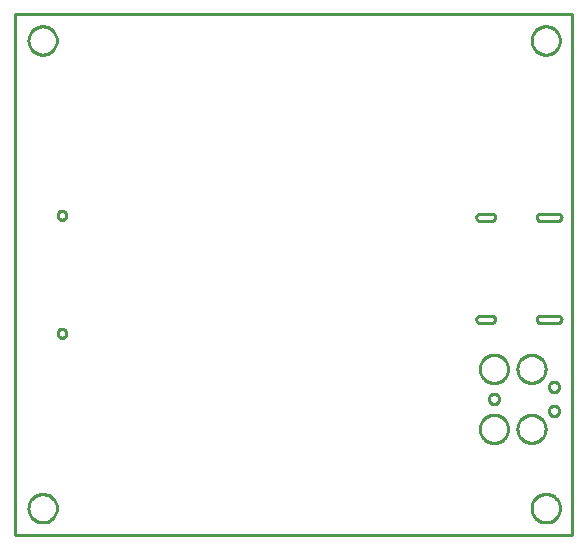
<source format=gbr>
G04 EAGLE Gerber RS-274X export*
G75*
%MOMM*%
%FSLAX34Y34*%
%LPD*%
%IN*%
%IPPOS*%
%AMOC8*
5,1,8,0,0,1.08239X$1,22.5*%
G01*
%ADD10C,0.254000*%


D10*
X10160Y0D02*
X481130Y0D01*
X481130Y441200D01*
X10160Y441198D01*
X10160Y0D01*
X451460Y182860D02*
X451471Y182599D01*
X451506Y182339D01*
X451562Y182084D01*
X451641Y181834D01*
X451741Y181592D01*
X451862Y181360D01*
X452003Y181139D01*
X452162Y180932D01*
X452339Y180739D01*
X452532Y180562D01*
X452739Y180403D01*
X452960Y180262D01*
X453192Y180141D01*
X453434Y180041D01*
X453684Y179962D01*
X453939Y179906D01*
X454199Y179871D01*
X454460Y179860D01*
X469460Y179860D01*
X469721Y179871D01*
X469981Y179906D01*
X470236Y179962D01*
X470486Y180041D01*
X470728Y180141D01*
X470960Y180262D01*
X471181Y180403D01*
X471388Y180562D01*
X471581Y180739D01*
X471758Y180932D01*
X471917Y181139D01*
X472058Y181360D01*
X472179Y181592D01*
X472279Y181834D01*
X472358Y182084D01*
X472414Y182339D01*
X472449Y182599D01*
X472460Y182860D01*
X472449Y183121D01*
X472414Y183381D01*
X472358Y183636D01*
X472279Y183886D01*
X472179Y184128D01*
X472058Y184360D01*
X471917Y184581D01*
X471758Y184788D01*
X471581Y184981D01*
X471388Y185158D01*
X471181Y185317D01*
X470960Y185458D01*
X470728Y185579D01*
X470486Y185679D01*
X470236Y185758D01*
X469981Y185814D01*
X469721Y185849D01*
X469460Y185860D01*
X454460Y185860D01*
X454199Y185849D01*
X453939Y185814D01*
X453684Y185758D01*
X453434Y185679D01*
X453192Y185579D01*
X452960Y185458D01*
X452739Y185317D01*
X452532Y185158D01*
X452339Y184981D01*
X452162Y184788D01*
X452003Y184581D01*
X451862Y184360D01*
X451741Y184128D01*
X451641Y183886D01*
X451562Y183636D01*
X451506Y183381D01*
X451471Y183121D01*
X451460Y182860D01*
X451460Y269260D02*
X451471Y268999D01*
X451506Y268739D01*
X451562Y268484D01*
X451641Y268234D01*
X451741Y267992D01*
X451862Y267760D01*
X452003Y267539D01*
X452162Y267332D01*
X452339Y267139D01*
X452532Y266962D01*
X452739Y266803D01*
X452960Y266662D01*
X453192Y266541D01*
X453434Y266441D01*
X453684Y266362D01*
X453939Y266306D01*
X454199Y266271D01*
X454460Y266260D01*
X469460Y266260D01*
X469721Y266271D01*
X469981Y266306D01*
X470236Y266362D01*
X470486Y266441D01*
X470728Y266541D01*
X470960Y266662D01*
X471181Y266803D01*
X471388Y266962D01*
X471581Y267139D01*
X471758Y267332D01*
X471917Y267539D01*
X472058Y267760D01*
X472179Y267992D01*
X472279Y268234D01*
X472358Y268484D01*
X472414Y268739D01*
X472449Y268999D01*
X472460Y269260D01*
X472449Y269521D01*
X472414Y269781D01*
X472358Y270036D01*
X472279Y270286D01*
X472179Y270528D01*
X472058Y270760D01*
X471917Y270981D01*
X471758Y271188D01*
X471581Y271381D01*
X471388Y271558D01*
X471181Y271717D01*
X470960Y271858D01*
X470728Y271979D01*
X470486Y272079D01*
X470236Y272158D01*
X469981Y272214D01*
X469721Y272249D01*
X469460Y272260D01*
X454460Y272260D01*
X454199Y272249D01*
X453939Y272214D01*
X453684Y272158D01*
X453434Y272079D01*
X453192Y271979D01*
X452960Y271858D01*
X452739Y271717D01*
X452532Y271558D01*
X452339Y271381D01*
X452162Y271188D01*
X452003Y270981D01*
X451862Y270760D01*
X451741Y270528D01*
X451641Y270286D01*
X451562Y270036D01*
X451506Y269781D01*
X451471Y269521D01*
X451460Y269260D01*
X400360Y182860D02*
X400371Y182599D01*
X400406Y182339D01*
X400462Y182084D01*
X400541Y181834D01*
X400641Y181592D01*
X400762Y181360D01*
X400903Y181139D01*
X401062Y180932D01*
X401239Y180739D01*
X401432Y180562D01*
X401639Y180403D01*
X401860Y180262D01*
X402092Y180141D01*
X402334Y180041D01*
X402584Y179962D01*
X402839Y179906D01*
X403099Y179871D01*
X403360Y179860D01*
X413360Y179860D01*
X413621Y179871D01*
X413881Y179906D01*
X414136Y179962D01*
X414386Y180041D01*
X414628Y180141D01*
X414860Y180262D01*
X415081Y180403D01*
X415288Y180562D01*
X415481Y180739D01*
X415658Y180932D01*
X415817Y181139D01*
X415958Y181360D01*
X416079Y181592D01*
X416179Y181834D01*
X416258Y182084D01*
X416314Y182339D01*
X416349Y182599D01*
X416360Y182860D01*
X416349Y183121D01*
X416314Y183381D01*
X416258Y183636D01*
X416179Y183886D01*
X416079Y184128D01*
X415958Y184360D01*
X415817Y184581D01*
X415658Y184788D01*
X415481Y184981D01*
X415288Y185158D01*
X415081Y185317D01*
X414860Y185458D01*
X414628Y185579D01*
X414386Y185679D01*
X414136Y185758D01*
X413881Y185814D01*
X413621Y185849D01*
X413360Y185860D01*
X403360Y185860D01*
X403099Y185849D01*
X402839Y185814D01*
X402584Y185758D01*
X402334Y185679D01*
X402092Y185579D01*
X401860Y185458D01*
X401639Y185317D01*
X401432Y185158D01*
X401239Y184981D01*
X401062Y184788D01*
X400903Y184581D01*
X400762Y184360D01*
X400641Y184128D01*
X400541Y183886D01*
X400462Y183636D01*
X400406Y183381D01*
X400371Y183121D01*
X400360Y182860D01*
X400360Y269260D02*
X400371Y268999D01*
X400406Y268739D01*
X400462Y268484D01*
X400541Y268234D01*
X400641Y267992D01*
X400762Y267760D01*
X400903Y267539D01*
X401062Y267332D01*
X401239Y267139D01*
X401432Y266962D01*
X401639Y266803D01*
X401860Y266662D01*
X402092Y266541D01*
X402334Y266441D01*
X402584Y266362D01*
X402839Y266306D01*
X403099Y266271D01*
X403360Y266260D01*
X413360Y266260D01*
X413621Y266271D01*
X413881Y266306D01*
X414136Y266362D01*
X414386Y266441D01*
X414628Y266541D01*
X414860Y266662D01*
X415081Y266803D01*
X415288Y266962D01*
X415481Y267139D01*
X415658Y267332D01*
X415817Y267539D01*
X415958Y267760D01*
X416079Y267992D01*
X416179Y268234D01*
X416258Y268484D01*
X416314Y268739D01*
X416349Y268999D01*
X416360Y269260D01*
X416349Y269521D01*
X416314Y269781D01*
X416258Y270036D01*
X416179Y270286D01*
X416079Y270528D01*
X415958Y270760D01*
X415817Y270981D01*
X415658Y271188D01*
X415481Y271381D01*
X415288Y271558D01*
X415081Y271717D01*
X414860Y271858D01*
X414628Y271979D01*
X414386Y272079D01*
X414136Y272158D01*
X413881Y272214D01*
X413621Y272249D01*
X413360Y272260D01*
X403360Y272260D01*
X403099Y272249D01*
X402839Y272214D01*
X402584Y272158D01*
X402334Y272079D01*
X402092Y271979D01*
X401860Y271858D01*
X401639Y271717D01*
X401432Y271558D01*
X401239Y271381D01*
X401062Y271188D01*
X400903Y270981D01*
X400762Y270760D01*
X400641Y270528D01*
X400541Y270286D01*
X400462Y270036D01*
X400406Y269781D01*
X400371Y269521D01*
X400360Y269260D01*
X32639Y406980D02*
X31698Y407054D01*
X30767Y407202D01*
X29850Y407422D01*
X28953Y407713D01*
X28082Y408074D01*
X27242Y408502D01*
X26438Y408995D01*
X25675Y409549D01*
X24958Y410161D01*
X24291Y410828D01*
X23679Y411545D01*
X23125Y412308D01*
X22632Y413112D01*
X22204Y413952D01*
X21843Y414823D01*
X21552Y415720D01*
X21332Y416637D01*
X21184Y417568D01*
X21110Y418509D01*
X21110Y419451D01*
X21184Y420392D01*
X21332Y421323D01*
X21552Y422240D01*
X21843Y423137D01*
X22204Y424008D01*
X22632Y424848D01*
X23125Y425652D01*
X23679Y426415D01*
X24291Y427132D01*
X24958Y427799D01*
X25675Y428411D01*
X26438Y428965D01*
X27242Y429458D01*
X28082Y429886D01*
X28953Y430247D01*
X29850Y430538D01*
X30767Y430759D01*
X31698Y430906D01*
X32639Y430980D01*
X33581Y430980D01*
X34522Y430906D01*
X35453Y430759D01*
X36370Y430538D01*
X37267Y430247D01*
X38138Y429886D01*
X38978Y429458D01*
X39782Y428965D01*
X40545Y428411D01*
X41262Y427799D01*
X41929Y427132D01*
X42541Y426415D01*
X43095Y425652D01*
X43588Y424848D01*
X44016Y424008D01*
X44377Y423137D01*
X44668Y422240D01*
X44889Y421323D01*
X45036Y420392D01*
X45110Y419451D01*
X45110Y418509D01*
X45036Y417568D01*
X44889Y416637D01*
X44668Y415720D01*
X44377Y414823D01*
X44016Y413952D01*
X43588Y413112D01*
X43095Y412308D01*
X42541Y411545D01*
X41929Y410828D01*
X41262Y410161D01*
X40545Y409549D01*
X39782Y408995D01*
X38978Y408502D01*
X38138Y408074D01*
X37267Y407713D01*
X36370Y407422D01*
X35453Y407202D01*
X34522Y407054D01*
X33581Y406980D01*
X32639Y406980D01*
X32639Y10980D02*
X31698Y11054D01*
X30767Y11202D01*
X29850Y11422D01*
X28953Y11713D01*
X28082Y12074D01*
X27242Y12502D01*
X26438Y12995D01*
X25675Y13549D01*
X24958Y14161D01*
X24291Y14828D01*
X23679Y15545D01*
X23125Y16308D01*
X22632Y17112D01*
X22204Y17952D01*
X21843Y18823D01*
X21552Y19720D01*
X21332Y20637D01*
X21184Y21568D01*
X21110Y22509D01*
X21110Y23451D01*
X21184Y24392D01*
X21332Y25323D01*
X21552Y26240D01*
X21843Y27137D01*
X22204Y28008D01*
X22632Y28848D01*
X23125Y29652D01*
X23679Y30415D01*
X24291Y31132D01*
X24958Y31799D01*
X25675Y32411D01*
X26438Y32965D01*
X27242Y33458D01*
X28082Y33886D01*
X28953Y34247D01*
X29850Y34538D01*
X30767Y34759D01*
X31698Y34906D01*
X32639Y34980D01*
X33581Y34980D01*
X34522Y34906D01*
X35453Y34759D01*
X36370Y34538D01*
X37267Y34247D01*
X38138Y33886D01*
X38978Y33458D01*
X39782Y32965D01*
X40545Y32411D01*
X41262Y31799D01*
X41929Y31132D01*
X42541Y30415D01*
X43095Y29652D01*
X43588Y28848D01*
X44016Y28008D01*
X44377Y27137D01*
X44668Y26240D01*
X44889Y25323D01*
X45036Y24392D01*
X45110Y23451D01*
X45110Y22509D01*
X45036Y21568D01*
X44889Y20637D01*
X44668Y19720D01*
X44377Y18823D01*
X44016Y17952D01*
X43588Y17112D01*
X43095Y16308D01*
X42541Y15545D01*
X41929Y14828D01*
X41262Y14161D01*
X40545Y13549D01*
X39782Y12995D01*
X38978Y12502D01*
X38138Y12074D01*
X37267Y11713D01*
X36370Y11422D01*
X35453Y11202D01*
X34522Y11054D01*
X33581Y10980D01*
X32639Y10980D01*
X458639Y10980D02*
X457698Y11054D01*
X456767Y11202D01*
X455850Y11422D01*
X454953Y11713D01*
X454082Y12074D01*
X453242Y12502D01*
X452438Y12995D01*
X451675Y13549D01*
X450958Y14161D01*
X450291Y14828D01*
X449679Y15545D01*
X449125Y16308D01*
X448632Y17112D01*
X448204Y17952D01*
X447843Y18823D01*
X447552Y19720D01*
X447332Y20637D01*
X447184Y21568D01*
X447110Y22509D01*
X447110Y23451D01*
X447184Y24392D01*
X447332Y25323D01*
X447552Y26240D01*
X447843Y27137D01*
X448204Y28008D01*
X448632Y28848D01*
X449125Y29652D01*
X449679Y30415D01*
X450291Y31132D01*
X450958Y31799D01*
X451675Y32411D01*
X452438Y32965D01*
X453242Y33458D01*
X454082Y33886D01*
X454953Y34247D01*
X455850Y34538D01*
X456767Y34759D01*
X457698Y34906D01*
X458639Y34980D01*
X459581Y34980D01*
X460522Y34906D01*
X461453Y34759D01*
X462370Y34538D01*
X463267Y34247D01*
X464138Y33886D01*
X464978Y33458D01*
X465782Y32965D01*
X466545Y32411D01*
X467262Y31799D01*
X467929Y31132D01*
X468541Y30415D01*
X469095Y29652D01*
X469588Y28848D01*
X470016Y28008D01*
X470377Y27137D01*
X470668Y26240D01*
X470889Y25323D01*
X471036Y24392D01*
X471110Y23451D01*
X471110Y22509D01*
X471036Y21568D01*
X470889Y20637D01*
X470668Y19720D01*
X470377Y18823D01*
X470016Y17952D01*
X469588Y17112D01*
X469095Y16308D01*
X468541Y15545D01*
X467929Y14828D01*
X467262Y14161D01*
X466545Y13549D01*
X465782Y12995D01*
X464978Y12502D01*
X464138Y12074D01*
X463267Y11713D01*
X462370Y11422D01*
X461453Y11202D01*
X460522Y11054D01*
X459581Y10980D01*
X458639Y10980D01*
X458639Y406980D02*
X457698Y407054D01*
X456767Y407202D01*
X455850Y407422D01*
X454953Y407713D01*
X454082Y408074D01*
X453242Y408502D01*
X452438Y408995D01*
X451675Y409549D01*
X450958Y410161D01*
X450291Y410828D01*
X449679Y411545D01*
X449125Y412308D01*
X448632Y413112D01*
X448204Y413952D01*
X447843Y414823D01*
X447552Y415720D01*
X447332Y416637D01*
X447184Y417568D01*
X447110Y418509D01*
X447110Y419451D01*
X447184Y420392D01*
X447332Y421323D01*
X447552Y422240D01*
X447843Y423137D01*
X448204Y424008D01*
X448632Y424848D01*
X449125Y425652D01*
X449679Y426415D01*
X450291Y427132D01*
X450958Y427799D01*
X451675Y428411D01*
X452438Y428965D01*
X453242Y429458D01*
X454082Y429886D01*
X454953Y430247D01*
X455850Y430538D01*
X456767Y430759D01*
X457698Y430906D01*
X458639Y430980D01*
X459581Y430980D01*
X460522Y430906D01*
X461453Y430759D01*
X462370Y430538D01*
X463267Y430247D01*
X464138Y429886D01*
X464978Y429458D01*
X465782Y428965D01*
X466545Y428411D01*
X467262Y427799D01*
X467929Y427132D01*
X468541Y426415D01*
X469095Y425652D01*
X469588Y424848D01*
X470016Y424008D01*
X470377Y423137D01*
X470668Y422240D01*
X470889Y421323D01*
X471036Y420392D01*
X471110Y419451D01*
X471110Y418509D01*
X471036Y417568D01*
X470889Y416637D01*
X470668Y415720D01*
X470377Y414823D01*
X470016Y413952D01*
X469588Y413112D01*
X469095Y412308D01*
X468541Y411545D01*
X467929Y410828D01*
X467262Y410161D01*
X466545Y409549D01*
X465782Y408995D01*
X464978Y408502D01*
X464138Y408074D01*
X463267Y407713D01*
X462370Y407422D01*
X461453Y407202D01*
X460522Y407054D01*
X459581Y406980D01*
X458639Y406980D01*
X419735Y115279D02*
X419659Y114701D01*
X419508Y114138D01*
X419285Y113600D01*
X418994Y113095D01*
X418639Y112633D01*
X418227Y112221D01*
X417765Y111866D01*
X417260Y111575D01*
X416722Y111352D01*
X416159Y111201D01*
X415581Y111125D01*
X414999Y111125D01*
X414421Y111201D01*
X413858Y111352D01*
X413320Y111575D01*
X412815Y111866D01*
X412353Y112221D01*
X411941Y112633D01*
X411586Y113095D01*
X411295Y113600D01*
X411072Y114138D01*
X410921Y114701D01*
X410845Y115279D01*
X410845Y115861D01*
X410921Y116439D01*
X411072Y117002D01*
X411295Y117540D01*
X411586Y118045D01*
X411941Y118507D01*
X412353Y118919D01*
X412815Y119274D01*
X413320Y119565D01*
X413858Y119788D01*
X414421Y119939D01*
X414999Y120015D01*
X415581Y120015D01*
X416159Y119939D01*
X416722Y119788D01*
X417260Y119565D01*
X417765Y119274D01*
X418227Y118919D01*
X418639Y118507D01*
X418994Y118045D01*
X419285Y117540D01*
X419508Y117002D01*
X419659Y116439D01*
X419735Y115861D01*
X419735Y115279D01*
X470535Y105119D02*
X470459Y104541D01*
X470308Y103978D01*
X470085Y103440D01*
X469794Y102935D01*
X469439Y102473D01*
X469027Y102061D01*
X468565Y101706D01*
X468060Y101415D01*
X467522Y101192D01*
X466959Y101041D01*
X466381Y100965D01*
X465799Y100965D01*
X465221Y101041D01*
X464658Y101192D01*
X464120Y101415D01*
X463615Y101706D01*
X463153Y102061D01*
X462741Y102473D01*
X462386Y102935D01*
X462095Y103440D01*
X461872Y103978D01*
X461721Y104541D01*
X461645Y105119D01*
X461645Y105701D01*
X461721Y106279D01*
X461872Y106842D01*
X462095Y107380D01*
X462386Y107885D01*
X462741Y108347D01*
X463153Y108759D01*
X463615Y109114D01*
X464120Y109405D01*
X464658Y109628D01*
X465221Y109779D01*
X465799Y109855D01*
X466381Y109855D01*
X466959Y109779D01*
X467522Y109628D01*
X468060Y109405D01*
X468565Y109114D01*
X469027Y108759D01*
X469439Y108347D01*
X469794Y107885D01*
X470085Y107380D01*
X470308Y106842D01*
X470459Y106279D01*
X470535Y105701D01*
X470535Y105119D01*
X470535Y125439D02*
X470459Y124861D01*
X470308Y124298D01*
X470085Y123760D01*
X469794Y123255D01*
X469439Y122793D01*
X469027Y122381D01*
X468565Y122026D01*
X468060Y121735D01*
X467522Y121512D01*
X466959Y121361D01*
X466381Y121285D01*
X465799Y121285D01*
X465221Y121361D01*
X464658Y121512D01*
X464120Y121735D01*
X463615Y122026D01*
X463153Y122381D01*
X462741Y122793D01*
X462386Y123255D01*
X462095Y123760D01*
X461872Y124298D01*
X461721Y124861D01*
X461645Y125439D01*
X461645Y126021D01*
X461721Y126599D01*
X461872Y127162D01*
X462095Y127700D01*
X462386Y128205D01*
X462741Y128667D01*
X463153Y129079D01*
X463615Y129434D01*
X464120Y129725D01*
X464658Y129948D01*
X465221Y130099D01*
X465799Y130175D01*
X466381Y130175D01*
X466959Y130099D01*
X467522Y129948D01*
X468060Y129725D01*
X468565Y129434D01*
X469027Y129079D01*
X469439Y128667D01*
X469794Y128205D01*
X470085Y127700D01*
X470308Y127162D01*
X470459Y126599D01*
X470535Y126021D01*
X470535Y125439D01*
X427164Y140503D02*
X427091Y139573D01*
X426945Y138652D01*
X426727Y137744D01*
X426439Y136857D01*
X426082Y135995D01*
X425658Y135164D01*
X425171Y134368D01*
X424622Y133613D01*
X424016Y132904D01*
X423356Y132244D01*
X422647Y131638D01*
X421892Y131090D01*
X421096Y130602D01*
X420265Y130178D01*
X419403Y129821D01*
X418516Y129533D01*
X417608Y129315D01*
X416687Y129169D01*
X415757Y129096D01*
X414823Y129096D01*
X413893Y129169D01*
X412972Y129315D01*
X412064Y129533D01*
X411177Y129821D01*
X410315Y130178D01*
X409484Y130602D01*
X408688Y131090D01*
X407933Y131638D01*
X407224Y132244D01*
X406564Y132904D01*
X405958Y133613D01*
X405410Y134368D01*
X404922Y135164D01*
X404498Y135995D01*
X404141Y136857D01*
X403853Y137744D01*
X403635Y138652D01*
X403489Y139573D01*
X403416Y140503D01*
X403416Y141437D01*
X403489Y142367D01*
X403635Y143288D01*
X403853Y144196D01*
X404141Y145083D01*
X404498Y145945D01*
X404922Y146776D01*
X405410Y147572D01*
X405958Y148327D01*
X406564Y149036D01*
X407224Y149696D01*
X407933Y150302D01*
X408688Y150851D01*
X409484Y151338D01*
X410315Y151762D01*
X411177Y152119D01*
X412064Y152407D01*
X412972Y152625D01*
X413893Y152771D01*
X414823Y152844D01*
X415757Y152844D01*
X416687Y152771D01*
X417608Y152625D01*
X418516Y152407D01*
X419403Y152119D01*
X420265Y151762D01*
X421096Y151338D01*
X421892Y150851D01*
X422647Y150302D01*
X423356Y149696D01*
X424016Y149036D01*
X424622Y148327D01*
X425171Y147572D01*
X425658Y146776D01*
X426082Y145945D01*
X426439Y145083D01*
X426727Y144196D01*
X426945Y143288D01*
X427091Y142367D01*
X427164Y141437D01*
X427164Y140503D01*
X427164Y89703D02*
X427091Y88773D01*
X426945Y87852D01*
X426727Y86944D01*
X426439Y86057D01*
X426082Y85195D01*
X425658Y84364D01*
X425171Y83568D01*
X424622Y82813D01*
X424016Y82104D01*
X423356Y81444D01*
X422647Y80838D01*
X421892Y80290D01*
X421096Y79802D01*
X420265Y79378D01*
X419403Y79021D01*
X418516Y78733D01*
X417608Y78515D01*
X416687Y78369D01*
X415757Y78296D01*
X414823Y78296D01*
X413893Y78369D01*
X412972Y78515D01*
X412064Y78733D01*
X411177Y79021D01*
X410315Y79378D01*
X409484Y79802D01*
X408688Y80290D01*
X407933Y80838D01*
X407224Y81444D01*
X406564Y82104D01*
X405958Y82813D01*
X405410Y83568D01*
X404922Y84364D01*
X404498Y85195D01*
X404141Y86057D01*
X403853Y86944D01*
X403635Y87852D01*
X403489Y88773D01*
X403416Y89703D01*
X403416Y90637D01*
X403489Y91567D01*
X403635Y92488D01*
X403853Y93396D01*
X404141Y94283D01*
X404498Y95145D01*
X404922Y95976D01*
X405410Y96772D01*
X405958Y97527D01*
X406564Y98236D01*
X407224Y98896D01*
X407933Y99502D01*
X408688Y100051D01*
X409484Y100538D01*
X410315Y100962D01*
X411177Y101319D01*
X412064Y101607D01*
X412972Y101825D01*
X413893Y101971D01*
X414823Y102044D01*
X415757Y102044D01*
X416687Y101971D01*
X417608Y101825D01*
X418516Y101607D01*
X419403Y101319D01*
X420265Y100962D01*
X421096Y100538D01*
X421892Y100051D01*
X422647Y99502D01*
X423356Y98896D01*
X424016Y98236D01*
X424622Y97527D01*
X425171Y96772D01*
X425658Y95976D01*
X426082Y95145D01*
X426439Y94283D01*
X426727Y93396D01*
X426945Y92488D01*
X427091Y91567D01*
X427164Y90637D01*
X427164Y89703D01*
X458914Y89703D02*
X458841Y88773D01*
X458695Y87852D01*
X458477Y86944D01*
X458189Y86057D01*
X457832Y85195D01*
X457408Y84364D01*
X456921Y83568D01*
X456372Y82813D01*
X455766Y82104D01*
X455106Y81444D01*
X454397Y80838D01*
X453642Y80290D01*
X452846Y79802D01*
X452015Y79378D01*
X451153Y79021D01*
X450266Y78733D01*
X449358Y78515D01*
X448437Y78369D01*
X447507Y78296D01*
X446573Y78296D01*
X445643Y78369D01*
X444722Y78515D01*
X443814Y78733D01*
X442927Y79021D01*
X442065Y79378D01*
X441234Y79802D01*
X440438Y80290D01*
X439683Y80838D01*
X438974Y81444D01*
X438314Y82104D01*
X437708Y82813D01*
X437160Y83568D01*
X436672Y84364D01*
X436248Y85195D01*
X435891Y86057D01*
X435603Y86944D01*
X435385Y87852D01*
X435239Y88773D01*
X435166Y89703D01*
X435166Y90637D01*
X435239Y91567D01*
X435385Y92488D01*
X435603Y93396D01*
X435891Y94283D01*
X436248Y95145D01*
X436672Y95976D01*
X437160Y96772D01*
X437708Y97527D01*
X438314Y98236D01*
X438974Y98896D01*
X439683Y99502D01*
X440438Y100051D01*
X441234Y100538D01*
X442065Y100962D01*
X442927Y101319D01*
X443814Y101607D01*
X444722Y101825D01*
X445643Y101971D01*
X446573Y102044D01*
X447507Y102044D01*
X448437Y101971D01*
X449358Y101825D01*
X450266Y101607D01*
X451153Y101319D01*
X452015Y100962D01*
X452846Y100538D01*
X453642Y100051D01*
X454397Y99502D01*
X455106Y98896D01*
X455766Y98236D01*
X456372Y97527D01*
X456921Y96772D01*
X457408Y95976D01*
X457832Y95145D01*
X458189Y94283D01*
X458477Y93396D01*
X458695Y92488D01*
X458841Y91567D01*
X458914Y90637D01*
X458914Y89703D01*
X458914Y140503D02*
X458841Y139573D01*
X458695Y138652D01*
X458477Y137744D01*
X458189Y136857D01*
X457832Y135995D01*
X457408Y135164D01*
X456921Y134368D01*
X456372Y133613D01*
X455766Y132904D01*
X455106Y132244D01*
X454397Y131638D01*
X453642Y131090D01*
X452846Y130602D01*
X452015Y130178D01*
X451153Y129821D01*
X450266Y129533D01*
X449358Y129315D01*
X448437Y129169D01*
X447507Y129096D01*
X446573Y129096D01*
X445643Y129169D01*
X444722Y129315D01*
X443814Y129533D01*
X442927Y129821D01*
X442065Y130178D01*
X441234Y130602D01*
X440438Y131090D01*
X439683Y131638D01*
X438974Y132244D01*
X438314Y132904D01*
X437708Y133613D01*
X437160Y134368D01*
X436672Y135164D01*
X436248Y135995D01*
X435891Y136857D01*
X435603Y137744D01*
X435385Y138652D01*
X435239Y139573D01*
X435166Y140503D01*
X435166Y141437D01*
X435239Y142367D01*
X435385Y143288D01*
X435603Y144196D01*
X435891Y145083D01*
X436248Y145945D01*
X436672Y146776D01*
X437160Y147572D01*
X437708Y148327D01*
X438314Y149036D01*
X438974Y149696D01*
X439683Y150302D01*
X440438Y150851D01*
X441234Y151338D01*
X442065Y151762D01*
X442927Y152119D01*
X443814Y152407D01*
X444722Y152625D01*
X445643Y152771D01*
X446573Y152844D01*
X447507Y152844D01*
X448437Y152771D01*
X449358Y152625D01*
X450266Y152407D01*
X451153Y152119D01*
X452015Y151762D01*
X452846Y151338D01*
X453642Y150851D01*
X454397Y150302D01*
X455106Y149696D01*
X455766Y149036D01*
X456372Y148327D01*
X456921Y147572D01*
X457408Y146776D01*
X457832Y145945D01*
X458189Y145083D01*
X458477Y144196D01*
X458695Y143288D01*
X458841Y142367D01*
X458914Y141437D01*
X458914Y140503D01*
X49281Y174780D02*
X48787Y174715D01*
X48306Y174586D01*
X47846Y174395D01*
X47414Y174146D01*
X47019Y173843D01*
X46667Y173491D01*
X46364Y173096D01*
X46115Y172664D01*
X45924Y172204D01*
X45795Y171723D01*
X45730Y171229D01*
X45730Y170731D01*
X45795Y170237D01*
X45924Y169756D01*
X46115Y169296D01*
X46364Y168864D01*
X46667Y168469D01*
X47019Y168117D01*
X47414Y167814D01*
X47846Y167565D01*
X48306Y167374D01*
X48787Y167245D01*
X49281Y167180D01*
X49779Y167180D01*
X50273Y167245D01*
X50754Y167374D01*
X51214Y167565D01*
X51646Y167814D01*
X52041Y168117D01*
X52393Y168469D01*
X52696Y168864D01*
X52945Y169296D01*
X53136Y169756D01*
X53265Y170237D01*
X53330Y170731D01*
X53330Y171229D01*
X53265Y171723D01*
X53136Y172204D01*
X52945Y172664D01*
X52696Y173096D01*
X52393Y173491D01*
X52041Y173843D01*
X51646Y174146D01*
X51214Y174395D01*
X50754Y174586D01*
X50273Y174715D01*
X49779Y174780D01*
X49281Y174780D01*
X49281Y274780D02*
X48787Y274715D01*
X48306Y274586D01*
X47846Y274395D01*
X47414Y274146D01*
X47019Y273843D01*
X46667Y273491D01*
X46364Y273096D01*
X46115Y272664D01*
X45924Y272204D01*
X45795Y271723D01*
X45730Y271229D01*
X45730Y270731D01*
X45795Y270237D01*
X45924Y269756D01*
X46115Y269296D01*
X46364Y268864D01*
X46667Y268469D01*
X47019Y268117D01*
X47414Y267814D01*
X47846Y267565D01*
X48306Y267374D01*
X48787Y267245D01*
X49281Y267180D01*
X49779Y267180D01*
X50273Y267245D01*
X50754Y267374D01*
X51214Y267565D01*
X51646Y267814D01*
X52041Y268117D01*
X52393Y268469D01*
X52696Y268864D01*
X52945Y269296D01*
X53136Y269756D01*
X53265Y270237D01*
X53330Y270731D01*
X53330Y271229D01*
X53265Y271723D01*
X53136Y272204D01*
X52945Y272664D01*
X52696Y273096D01*
X52393Y273491D01*
X52041Y273843D01*
X51646Y274146D01*
X51214Y274395D01*
X50754Y274586D01*
X50273Y274715D01*
X49779Y274780D01*
X49281Y274780D01*
M02*

</source>
